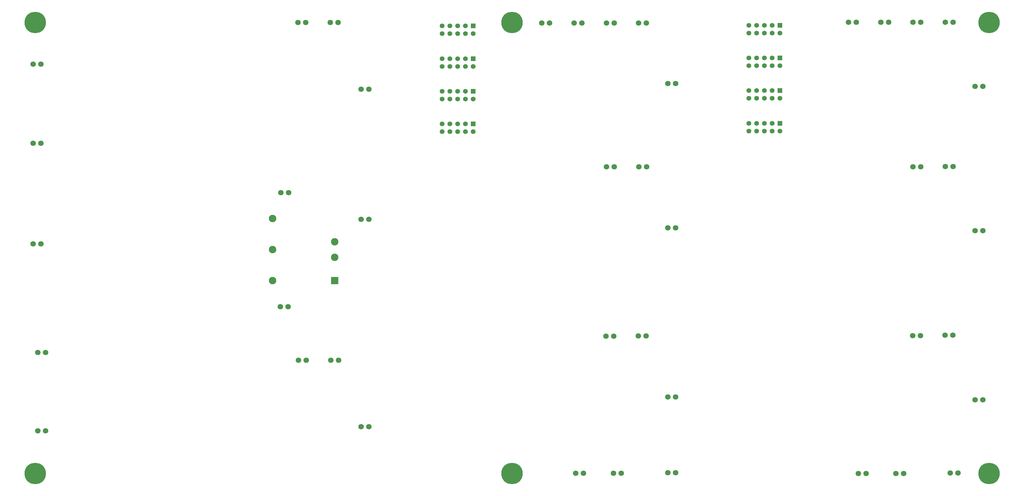
<source format=gbr>
%TF.GenerationSoftware,KiCad,Pcbnew,8.0.1-rc1*%
%TF.CreationDate,2024-04-07T21:12:12-04:00*%
%TF.ProjectId,bcrl_power_supply,6263726c-5f70-46f7-9765-725f73757070,rev?*%
%TF.SameCoordinates,Original*%
%TF.FileFunction,Soldermask,Bot*%
%TF.FilePolarity,Negative*%
%FSLAX46Y46*%
G04 Gerber Fmt 4.6, Leading zero omitted, Abs format (unit mm)*
G04 Created by KiCad (PCBNEW 8.0.1-rc1) date 2024-04-07 21:12:12*
%MOMM*%
%LPD*%
G01*
G04 APERTURE LIST*
G04 Aperture macros list*
%AMRoundRect*
0 Rectangle with rounded corners*
0 $1 Rounding radius*
0 $2 $3 $4 $5 $6 $7 $8 $9 X,Y pos of 4 corners*
0 Add a 4 corners polygon primitive as box body*
4,1,4,$2,$3,$4,$5,$6,$7,$8,$9,$2,$3,0*
0 Add four circle primitives for the rounded corners*
1,1,$1+$1,$2,$3*
1,1,$1+$1,$4,$5*
1,1,$1+$1,$6,$7*
1,1,$1+$1,$8,$9*
0 Add four rect primitives between the rounded corners*
20,1,$1+$1,$2,$3,$4,$5,0*
20,1,$1+$1,$4,$5,$6,$7,0*
20,1,$1+$1,$6,$7,$8,$9,0*
20,1,$1+$1,$8,$9,$2,$3,0*%
G04 Aperture macros list end*
%ADD10C,7.000000*%
%ADD11C,1.803400*%
%ADD12RoundRect,0.102000X-0.685000X-0.685000X0.685000X-0.685000X0.685000X0.685000X-0.685000X0.685000X0*%
%ADD13C,1.574000*%
%ADD14RoundRect,0.102000X1.125000X1.125000X-1.125000X1.125000X-1.125000X-1.125000X1.125000X-1.125000X0*%
%ADD15C,2.454000*%
G04 APERTURE END LIST*
D10*
%TO.C,H2*%
X365000000Y-204000000D03*
%TD*%
D11*
%TO.C,J21*%
X322251576Y-203997201D03*
X324791576Y-203997201D03*
%TD*%
%TO.C,J23*%
X242197223Y-203900000D03*
X244737223Y-203900000D03*
%TD*%
%TO.C,J67*%
X342691584Y-103572799D03*
X340151584Y-103572799D03*
%TD*%
%TO.C,J12*%
X162200000Y-120760000D03*
X159660000Y-120760000D03*
%TD*%
%TO.C,J22*%
X334588799Y-203997201D03*
X337128799Y-203997201D03*
%TD*%
%TO.C,J27*%
X141553207Y-56332201D03*
X139013207Y-56332201D03*
%TD*%
D12*
%TO.C,P1*%
X196303623Y-57478000D03*
D13*
X196303623Y-60018000D03*
X193763623Y-57478000D03*
X193763623Y-60018000D03*
X191223623Y-57478000D03*
X191223623Y-60018000D03*
X188683623Y-57478000D03*
X188683623Y-60018000D03*
X186143623Y-57478000D03*
X186143623Y-60018000D03*
%TD*%
D11*
%TO.C,J30*%
X152231623Y-166957201D03*
X149691623Y-166957201D03*
%TD*%
%TO.C,J24*%
X229860000Y-203900000D03*
X232400000Y-203900000D03*
%TD*%
%TO.C,J82*%
X262473600Y-203705598D03*
X259933600Y-203705598D03*
%TD*%
D10*
%TO.C,H4*%
X209000000Y-204000000D03*
%TD*%
D11*
%TO.C,J57*%
X342723207Y-56270000D03*
X340183207Y-56270000D03*
%TD*%
%TO.C,J6*%
X53900000Y-190000000D03*
X56440000Y-190000000D03*
%TD*%
%TO.C,J1*%
X54905176Y-70002799D03*
X52365176Y-70002799D03*
%TD*%
%TO.C,J75*%
X342621584Y-158832799D03*
X340081584Y-158832799D03*
%TD*%
%TO.C,J4*%
X54905176Y-128812799D03*
X52365176Y-128812799D03*
%TD*%
%TO.C,J53*%
X262540000Y-178970000D03*
X260000000Y-178970000D03*
%TD*%
%TO.C,J42*%
X253020000Y-103620000D03*
X250480000Y-103620000D03*
%TD*%
%TO.C,J9*%
X135930000Y-112057201D03*
X133390000Y-112057201D03*
%TD*%
D12*
%TO.C,P6*%
X296630000Y-67942000D03*
D13*
X296630000Y-70482000D03*
X294090000Y-67942000D03*
X294090000Y-70482000D03*
X291550000Y-67942000D03*
X291550000Y-70482000D03*
X289010000Y-67942000D03*
X289010000Y-70482000D03*
X286470000Y-67942000D03*
X286470000Y-70482000D03*
%TD*%
D12*
%TO.C,P3*%
X196303623Y-78866000D03*
D13*
X196303623Y-81406000D03*
X193763623Y-78866000D03*
X193763623Y-81406000D03*
X191223623Y-78866000D03*
X191223623Y-81406000D03*
X188683623Y-78866000D03*
X188683623Y-81406000D03*
X186143623Y-78866000D03*
X186143623Y-81406000D03*
%TD*%
D11*
%TO.C,J10*%
X133224824Y-149354402D03*
X135764824Y-149354402D03*
%TD*%
%TO.C,J80*%
X231818415Y-56500000D03*
X229278415Y-56500000D03*
%TD*%
%TO.C,J31*%
X141653207Y-166957201D03*
X139113207Y-166957201D03*
%TD*%
%TO.C,J69*%
X362995176Y-124522799D03*
X360455176Y-124522799D03*
%TD*%
D14*
%TO.C,PS3*%
X150970000Y-140817201D03*
D15*
X150970000Y-133197201D03*
X150970000Y-128117201D03*
X130650000Y-120497201D03*
X130650000Y-130657201D03*
X130650000Y-140817201D03*
%TD*%
D10*
%TO.C,H1*%
X365000000Y-56362500D03*
%TD*%
%TO.C,H5*%
X53000000Y-56362500D03*
%TD*%
D12*
%TO.C,P8*%
X296630000Y-89330000D03*
D13*
X296630000Y-91870000D03*
X294090000Y-89330000D03*
X294090000Y-91870000D03*
X291550000Y-89330000D03*
X291550000Y-91870000D03*
X289010000Y-89330000D03*
X289010000Y-91870000D03*
X286470000Y-89330000D03*
X286470000Y-91870000D03*
%TD*%
D11*
%TO.C,J45*%
X262540000Y-123600000D03*
X260000000Y-123600000D03*
%TD*%
%TO.C,J81*%
X221240000Y-56500000D03*
X218700000Y-56500000D03*
%TD*%
%TO.C,J58*%
X332144792Y-56270000D03*
X329604792Y-56270000D03*
%TD*%
%TO.C,J29*%
X162200000Y-78157201D03*
X159660000Y-78157201D03*
%TD*%
%TO.C,J78*%
X252975246Y-56500000D03*
X250435246Y-56500000D03*
%TD*%
%TO.C,J61*%
X362995176Y-77222799D03*
X360455176Y-77222799D03*
%TD*%
D12*
%TO.C,P4*%
X196303623Y-89560000D03*
D13*
X196303623Y-92100000D03*
X193763623Y-89560000D03*
X193763623Y-92100000D03*
X191223623Y-89560000D03*
X191223623Y-92100000D03*
X188683623Y-89560000D03*
X188683623Y-92100000D03*
X186143623Y-89560000D03*
X186143623Y-92100000D03*
%TD*%
D11*
%TO.C,J50*%
X252873623Y-158960000D03*
X250333623Y-158960000D03*
%TD*%
%TO.C,J33*%
X162200000Y-188700000D03*
X159660000Y-188700000D03*
%TD*%
D12*
%TO.C,P2*%
X196303623Y-68172000D03*
D13*
X196303623Y-70712000D03*
X193763623Y-68172000D03*
X193763623Y-70712000D03*
X191223623Y-68172000D03*
X191223623Y-70712000D03*
X188683623Y-68172000D03*
X188683623Y-70712000D03*
X186143623Y-68172000D03*
X186143623Y-70712000D03*
%TD*%
D11*
%TO.C,J77*%
X362995176Y-179892799D03*
X360455176Y-179892799D03*
%TD*%
%TO.C,J59*%
X321566377Y-56270000D03*
X319026377Y-56270000D03*
%TD*%
%TO.C,J43*%
X242450000Y-103550000D03*
X239910000Y-103550000D03*
%TD*%
%TO.C,J79*%
X242396830Y-56500000D03*
X239856830Y-56500000D03*
%TD*%
%TO.C,J66*%
X353270000Y-103470000D03*
X350730000Y-103470000D03*
%TD*%
D10*
%TO.C,H3*%
X209000000Y-56362500D03*
%TD*%
%TO.C,H6*%
X53000000Y-204000000D03*
%TD*%
D11*
%TO.C,J51*%
X242295207Y-159062799D03*
X239755207Y-159062799D03*
%TD*%
D12*
%TO.C,P7*%
X296630000Y-78636000D03*
D13*
X296630000Y-81176000D03*
X294090000Y-78636000D03*
X294090000Y-81176000D03*
X291550000Y-78636000D03*
X291550000Y-81176000D03*
X289010000Y-78636000D03*
X289010000Y-81176000D03*
X286470000Y-78636000D03*
X286470000Y-81176000D03*
%TD*%
D11*
%TO.C,J2*%
X54905176Y-95902799D03*
X52365176Y-95902799D03*
%TD*%
%TO.C,J74*%
X353200000Y-158730000D03*
X350660000Y-158730000D03*
%TD*%
%TO.C,J25*%
X354865176Y-203802799D03*
X352325176Y-203802799D03*
%TD*%
%TO.C,J37*%
X262540000Y-76300000D03*
X260000000Y-76300000D03*
%TD*%
%TO.C,J5*%
X53900000Y-164400000D03*
X56440000Y-164400000D03*
%TD*%
%TO.C,J56*%
X353301623Y-56270000D03*
X350761623Y-56270000D03*
%TD*%
D12*
%TO.C,P5*%
X296630000Y-57248000D03*
D13*
X296630000Y-59788000D03*
X294090000Y-57248000D03*
X294090000Y-59788000D03*
X291550000Y-57248000D03*
X291550000Y-59788000D03*
X289010000Y-57248000D03*
X289010000Y-59788000D03*
X286470000Y-57248000D03*
X286470000Y-59788000D03*
%TD*%
D11*
%TO.C,J26*%
X152131623Y-56332201D03*
X149591623Y-56332201D03*
%TD*%
M02*

</source>
